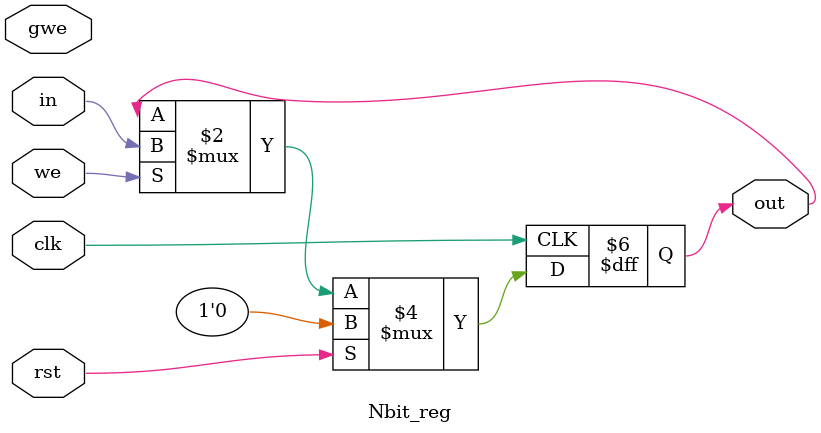
<source format=v>
module Nbit_reg( 
in,
out,
clk,
we,
gwe,
rst
);

parameter n=1;

  input  [n-1:0] in;
  output reg [n-1:0] out;
  input          clk;
  input          we;
  input          gwe;
  input          rst;

always @(posedge clk) begin
   if(rst) begin
              out <= #1 0;
   end else begin
              out <= #1 we ? in : out;     
	    end
end
   //Nbit_reg #(n) stage_1 (.in(in_value), .out(value_1_2), .clk(clk), .we(1'd1), .gwe(gwe), .rst(rst));


endmodule 

</source>
